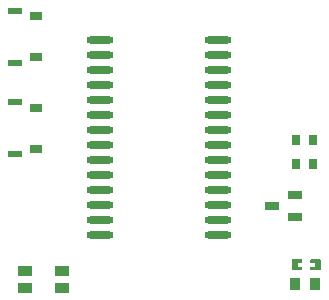
<source format=gtp>
G04 Layer: TopPasteMaskLayer*
G04 EasyEDA Pro v2.1.32.5533625a.f972c4, 2023-12-06 19:29:04*
G04 Gerber Generator version 0.3*
G04 Scale: 100 percent, Rotated: No, Reflected: No*
G04 Dimensions in millimeters*
G04 Leading zeros omitted, absolute positions, 3 integers and 3 decimals*
%FSLAX33Y33*%
%MOMM*%
%ADD10R,1.1X0.7*%
%ADD11R,1.2X0.6*%
%ADD12R,1.25X0.7*%
%ADD13R,0.9X1.0*%
%ADD14R,1.3X0.82*%
%ADD15O,2.3X0.6*%
%ADD16R,0.8X0.9*%
G75*


G04 PolygonModel Start*
G36*
G01X23967Y-24199D02*
G01X24767Y-24199D01*
G01X24817Y-24149D01*
G01Y-23921D01*
G01X24447D01*
G01Y-23591D01*
G01X24817D01*
G01Y-23349D01*
G01X24767Y-23299D01*
G01X23967D01*
G01X23917Y-23349D01*
G01Y-24149D01*
G01X23967Y-24199D01*
G37*
G36*
G01X25517Y-24149D02*
G01X25517Y-23921D01*
G01X25897D01*
G01Y-23591D01*
G01X25517D01*
G01Y-23349D01*
G01X25567Y-23299D01*
G01X26357D01*
G01X26407Y-23349D01*
G01Y-24149D01*
G01X26357Y-24199D01*
G01X25567D01*
G01X25517Y-24149D01*
G37*
G04 PolygonModel End*

G04 Pad Start*
G54D10*
G01X2297Y-2695D03*
G01X2297Y-6195D03*
G54D11*
G01X497Y-2245D03*
G01X497Y-6645D03*
G54D10*
G01X2297Y-10442D03*
G01X2297Y-13942D03*
G54D11*
G01X497Y-9992D03*
G01X497Y-14392D03*
G54D12*
G01X24241Y-19746D03*
G01X24241Y-17846D03*
G01X22241Y-18796D03*
G54D13*
G01X25869Y-25400D03*
G01X24169Y-25400D03*
G54D14*
G01X4471Y-24319D03*
G01X1371Y-25719D03*
G01X1371Y-24319D03*
G01X4471Y-25719D03*
G54D15*
G01X7700Y-4699D03*
G01X7700Y-5969D03*
G01X7700Y-7239D03*
G01X7700Y-8509D03*
G01X7700Y-9779D03*
G01X7700Y-11049D03*
G01X7700Y-12319D03*
G01X7700Y-13589D03*
G01X7700Y-14859D03*
G01X7700Y-16129D03*
G01X7700Y-17399D03*
G01X7700Y-18669D03*
G01X7700Y-19939D03*
G01X7700Y-21209D03*
G01X17700Y-21209D03*
G01X17700Y-19939D03*
G01X17700Y-18669D03*
G01X17700Y-17399D03*
G01X17700Y-16129D03*
G01X17700Y-14859D03*
G01X17700Y-13589D03*
G01X17700Y-12319D03*
G01X17700Y-11049D03*
G01X17700Y-9779D03*
G01X17700Y-8509D03*
G01X17700Y-7239D03*
G01X17700Y-5969D03*
G01X17700Y-4699D03*
G54D16*
G01X24299Y-15240D03*
G01X25699Y-15240D03*
G01X24299Y-13208D03*
G01X25699Y-13208D03*
G04 Pad End*

M02*

</source>
